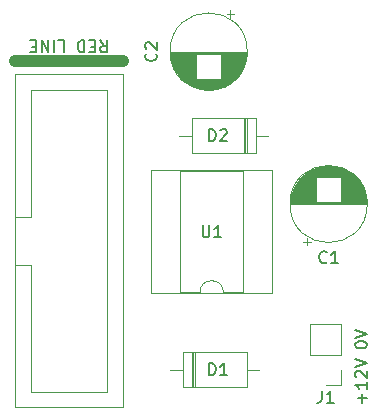
<source format=gto>
%TF.GenerationSoftware,KiCad,Pcbnew,(6.0.0-0)*%
%TF.CreationDate,2022-06-16T21:01:12+01:00*%
%TF.ProjectId,icl7660-negative-supply-adapter,69636c37-3636-4302-9d6e-656761746976,rev?*%
%TF.SameCoordinates,Original*%
%TF.FileFunction,Legend,Top*%
%TF.FilePolarity,Positive*%
%FSLAX46Y46*%
G04 Gerber Fmt 4.6, Leading zero omitted, Abs format (unit mm)*
G04 Created by KiCad (PCBNEW (6.0.0-0)) date 2022-06-16 21:01:12*
%MOMM*%
%LPD*%
G01*
G04 APERTURE LIST*
%ADD10C,0.150000*%
%ADD11C,0.120000*%
%ADD12C,1.000000*%
G04 APERTURE END LIST*
D10*
X154392380Y-111220190D02*
X154392380Y-111124952D01*
X154440000Y-111029714D01*
X154487619Y-110982095D01*
X154582857Y-110934476D01*
X154773333Y-110886857D01*
X155011428Y-110886857D01*
X155201904Y-110934476D01*
X155297142Y-110982095D01*
X155344761Y-111029714D01*
X155392380Y-111124952D01*
X155392380Y-111220190D01*
X155344761Y-111315428D01*
X155297142Y-111363047D01*
X155201904Y-111410666D01*
X155011428Y-111458285D01*
X154773333Y-111458285D01*
X154582857Y-111410666D01*
X154487619Y-111363047D01*
X154440000Y-111315428D01*
X154392380Y-111220190D01*
X154392380Y-110601142D02*
X155392380Y-110267809D01*
X154392380Y-109934476D01*
X155011428Y-116061904D02*
X155011428Y-115300000D01*
X155392380Y-115680952D02*
X154630476Y-115680952D01*
X155392380Y-114300000D02*
X155392380Y-114871428D01*
X155392380Y-114585714D02*
X154392380Y-114585714D01*
X154535238Y-114680952D01*
X154630476Y-114776190D01*
X154678095Y-114871428D01*
X154487619Y-113919047D02*
X154440000Y-113871428D01*
X154392380Y-113776190D01*
X154392380Y-113538095D01*
X154440000Y-113442857D01*
X154487619Y-113395238D01*
X154582857Y-113347619D01*
X154678095Y-113347619D01*
X154820952Y-113395238D01*
X155392380Y-113966666D01*
X155392380Y-113347619D01*
X154392380Y-113061904D02*
X155392380Y-112728571D01*
X154392380Y-112395238D01*
%TO.C,U1*%
X141478095Y-101052380D02*
X141478095Y-101861904D01*
X141525714Y-101957142D01*
X141573333Y-102004761D01*
X141668571Y-102052380D01*
X141859047Y-102052380D01*
X141954285Y-102004761D01*
X142001904Y-101957142D01*
X142049523Y-101861904D01*
X142049523Y-101052380D01*
X143049523Y-102052380D02*
X142478095Y-102052380D01*
X142763809Y-102052380D02*
X142763809Y-101052380D01*
X142668571Y-101195238D01*
X142573333Y-101290476D01*
X142478095Y-101338095D01*
%TO.C,J2*%
X132796216Y-85399619D02*
X133129549Y-85875809D01*
X133367644Y-85399619D02*
X133367644Y-86399619D01*
X132986692Y-86399619D01*
X132891454Y-86352000D01*
X132843835Y-86304380D01*
X132796216Y-86209142D01*
X132796216Y-86066285D01*
X132843835Y-85971047D01*
X132891454Y-85923428D01*
X132986692Y-85875809D01*
X133367644Y-85875809D01*
X132367644Y-85923428D02*
X132034311Y-85923428D01*
X131891454Y-85399619D02*
X132367644Y-85399619D01*
X132367644Y-86399619D01*
X131891454Y-86399619D01*
X131462882Y-85399619D02*
X131462882Y-86399619D01*
X131224787Y-86399619D01*
X131081930Y-86352000D01*
X130986692Y-86256761D01*
X130939073Y-86161523D01*
X130891454Y-85971047D01*
X130891454Y-85828190D01*
X130939073Y-85637714D01*
X130986692Y-85542476D01*
X131081930Y-85447238D01*
X131224787Y-85399619D01*
X131462882Y-85399619D01*
X129224787Y-85399619D02*
X129700978Y-85399619D01*
X129700978Y-86399619D01*
X128891454Y-85399619D02*
X128891454Y-86399619D01*
X128415263Y-85399619D02*
X128415263Y-86399619D01*
X127843835Y-85399619D01*
X127843835Y-86399619D01*
X127367644Y-85923428D02*
X127034311Y-85923428D01*
X126891454Y-85399619D02*
X127367644Y-85399619D01*
X127367644Y-86399619D01*
X126891454Y-86399619D01*
%TO.C,J1*%
X151558666Y-115066380D02*
X151558666Y-115780666D01*
X151511047Y-115923523D01*
X151415809Y-116018761D01*
X151272952Y-116066380D01*
X151177714Y-116066380D01*
X152558666Y-116066380D02*
X151987238Y-116066380D01*
X152272952Y-116066380D02*
X152272952Y-115066380D01*
X152177714Y-115209238D01*
X152082476Y-115304476D01*
X151987238Y-115352095D01*
%TO.C,D2*%
X142009904Y-93924380D02*
X142009904Y-92924380D01*
X142248000Y-92924380D01*
X142390857Y-92972000D01*
X142486095Y-93067238D01*
X142533714Y-93162476D01*
X142581333Y-93352952D01*
X142581333Y-93495809D01*
X142533714Y-93686285D01*
X142486095Y-93781523D01*
X142390857Y-93876761D01*
X142248000Y-93924380D01*
X142009904Y-93924380D01*
X142962285Y-93019619D02*
X143009904Y-92972000D01*
X143105142Y-92924380D01*
X143343238Y-92924380D01*
X143438476Y-92972000D01*
X143486095Y-93019619D01*
X143533714Y-93114857D01*
X143533714Y-93210095D01*
X143486095Y-93352952D01*
X142914666Y-93924380D01*
X143533714Y-93924380D01*
%TO.C,D1*%
X142009904Y-113736380D02*
X142009904Y-112736380D01*
X142248000Y-112736380D01*
X142390857Y-112784000D01*
X142486095Y-112879238D01*
X142533714Y-112974476D01*
X142581333Y-113164952D01*
X142581333Y-113307809D01*
X142533714Y-113498285D01*
X142486095Y-113593523D01*
X142390857Y-113688761D01*
X142248000Y-113736380D01*
X142009904Y-113736380D01*
X143533714Y-113736380D02*
X142962285Y-113736380D01*
X143248000Y-113736380D02*
X143248000Y-112736380D01*
X143152761Y-112879238D01*
X143057523Y-112974476D01*
X142962285Y-113022095D01*
%TO.C,C2*%
X137517142Y-86506666D02*
X137564761Y-86554285D01*
X137612380Y-86697142D01*
X137612380Y-86792380D01*
X137564761Y-86935238D01*
X137469523Y-87030476D01*
X137374285Y-87078095D01*
X137183809Y-87125714D01*
X137040952Y-87125714D01*
X136850476Y-87078095D01*
X136755238Y-87030476D01*
X136660000Y-86935238D01*
X136612380Y-86792380D01*
X136612380Y-86697142D01*
X136660000Y-86554285D01*
X136707619Y-86506666D01*
X136707619Y-86125714D02*
X136660000Y-86078095D01*
X136612380Y-85982857D01*
X136612380Y-85744761D01*
X136660000Y-85649523D01*
X136707619Y-85601904D01*
X136802857Y-85554285D01*
X136898095Y-85554285D01*
X137040952Y-85601904D01*
X137612380Y-86173333D01*
X137612380Y-85554285D01*
%TO.C,C1*%
X151979333Y-104155522D02*
X151931714Y-104203141D01*
X151788857Y-104250760D01*
X151693619Y-104250760D01*
X151550761Y-104203141D01*
X151455523Y-104107903D01*
X151407904Y-104012665D01*
X151360285Y-103822189D01*
X151360285Y-103679332D01*
X151407904Y-103488856D01*
X151455523Y-103393618D01*
X151550761Y-103298380D01*
X151693619Y-103250760D01*
X151788857Y-103250760D01*
X151931714Y-103298380D01*
X151979333Y-103345999D01*
X152931714Y-104250760D02*
X152360285Y-104250760D01*
X152646000Y-104250760D02*
X152646000Y-103250760D01*
X152550761Y-103393618D01*
X152455523Y-103488856D01*
X152360285Y-103536475D01*
D11*
%TO.C,U1*%
X143240000Y-106740000D02*
G75*
G03*
X141240000Y-106740000I-1000000J0D01*
G01*
X143240000Y-106740000D02*
X144890000Y-106740000D01*
X144890000Y-106740000D02*
X144890000Y-96460000D01*
X144890000Y-96460000D02*
X139590000Y-96460000D01*
X139590000Y-96460000D02*
X139590000Y-106740000D01*
X139590000Y-106740000D02*
X141240000Y-106740000D01*
X147380000Y-106800000D02*
X147380000Y-96400000D01*
X147380000Y-96400000D02*
X137100000Y-96400000D01*
X137100000Y-96400000D02*
X137100000Y-106800000D01*
X137100000Y-106800000D02*
X147380000Y-106800000D01*
%TO.C,J2*%
X133403359Y-89562000D02*
X133403359Y-115162000D01*
X125593359Y-100312000D02*
X126903359Y-100312000D01*
X134713359Y-116462000D02*
X125593359Y-116462000D01*
X134713359Y-88262000D02*
X134713359Y-116462000D01*
X126903359Y-115162000D02*
X126903359Y-104412000D01*
X126903359Y-100312000D02*
X126903359Y-89562000D01*
X126903359Y-104412000D02*
X125593359Y-104412000D01*
X125593359Y-88262000D02*
X134713359Y-88262000D01*
X126903359Y-104412000D02*
X126903359Y-104412000D01*
X133403359Y-115162000D02*
X126903359Y-115162000D01*
D12*
X125581359Y-87122000D02*
X134725359Y-87122000D01*
D11*
X126903359Y-89562000D02*
X133403359Y-89562000D01*
X125593359Y-116462000D02*
X125593359Y-88262000D01*
%TO.C,J1*%
X153222000Y-109414000D02*
X150562000Y-109414000D01*
X153222000Y-112014000D02*
X153222000Y-109414000D01*
X150562000Y-112014000D02*
X150562000Y-109414000D01*
X153222000Y-112014000D02*
X150562000Y-112014000D01*
X153222000Y-113284000D02*
X153222000Y-114614000D01*
X153222000Y-114614000D02*
X151892000Y-114614000D01*
%TO.C,D2*%
X140536000Y-94942000D02*
X145976000Y-94942000D01*
X145076000Y-94942000D02*
X145076000Y-92002000D01*
X145976000Y-94942000D02*
X145976000Y-92002000D01*
X145196000Y-94942000D02*
X145196000Y-92002000D01*
X146996000Y-93472000D02*
X145976000Y-93472000D01*
X145976000Y-92002000D02*
X140536000Y-92002000D01*
X139516000Y-93472000D02*
X140536000Y-93472000D01*
X140536000Y-92002000D02*
X140536000Y-94942000D01*
X144956000Y-94942000D02*
X144956000Y-92002000D01*
%TO.C,D1*%
X145214000Y-111814000D02*
X139774000Y-111814000D01*
X140674000Y-111814000D02*
X140674000Y-114754000D01*
X139774000Y-111814000D02*
X139774000Y-114754000D01*
X140554000Y-111814000D02*
X140554000Y-114754000D01*
X138754000Y-113284000D02*
X139774000Y-113284000D01*
X139774000Y-114754000D02*
X145214000Y-114754000D01*
X146234000Y-113284000D02*
X145214000Y-113284000D01*
X145214000Y-114754000D02*
X145214000Y-111814000D01*
X140794000Y-111814000D02*
X140794000Y-114754000D01*
%TO.C,C2*%
X145256000Y-86340000D02*
G75*
G03*
X145256000Y-86340000I-3270000J0D01*
G01*
X145216000Y-86340000D02*
X138756000Y-86340000D01*
X145216000Y-86380000D02*
X138756000Y-86380000D01*
X145216000Y-86420000D02*
X138756000Y-86420000D01*
X145214000Y-86460000D02*
X138758000Y-86460000D01*
X145213000Y-86500000D02*
X138759000Y-86500000D01*
X145210000Y-86540000D02*
X138762000Y-86540000D01*
X145208000Y-86580000D02*
X143026000Y-86580000D01*
X140946000Y-86580000D02*
X138764000Y-86580000D01*
X145204000Y-86620000D02*
X143026000Y-86620000D01*
X140946000Y-86620000D02*
X138768000Y-86620000D01*
X145201000Y-86660000D02*
X143026000Y-86660000D01*
X140946000Y-86660000D02*
X138771000Y-86660000D01*
X145197000Y-86700000D02*
X143026000Y-86700000D01*
X140946000Y-86700000D02*
X138775000Y-86700000D01*
X145192000Y-86740000D02*
X143026000Y-86740000D01*
X140946000Y-86740000D02*
X138780000Y-86740000D01*
X145187000Y-86780000D02*
X143026000Y-86780000D01*
X140946000Y-86780000D02*
X138785000Y-86780000D01*
X145181000Y-86820000D02*
X143026000Y-86820000D01*
X140946000Y-86820000D02*
X138791000Y-86820000D01*
X145175000Y-86860000D02*
X143026000Y-86860000D01*
X140946000Y-86860000D02*
X138797000Y-86860000D01*
X145168000Y-86900000D02*
X143026000Y-86900000D01*
X140946000Y-86900000D02*
X138804000Y-86900000D01*
X145161000Y-86940000D02*
X143026000Y-86940000D01*
X140946000Y-86940000D02*
X138811000Y-86940000D01*
X145153000Y-86980000D02*
X143026000Y-86980000D01*
X140946000Y-86980000D02*
X138819000Y-86980000D01*
X145145000Y-87020000D02*
X143026000Y-87020000D01*
X140946000Y-87020000D02*
X138827000Y-87020000D01*
X145136000Y-87061000D02*
X143026000Y-87061000D01*
X140946000Y-87061000D02*
X138836000Y-87061000D01*
X145127000Y-87101000D02*
X143026000Y-87101000D01*
X140946000Y-87101000D02*
X138845000Y-87101000D01*
X145117000Y-87141000D02*
X143026000Y-87141000D01*
X140946000Y-87141000D02*
X138855000Y-87141000D01*
X145107000Y-87181000D02*
X143026000Y-87181000D01*
X140946000Y-87181000D02*
X138865000Y-87181000D01*
X145096000Y-87221000D02*
X143026000Y-87221000D01*
X140946000Y-87221000D02*
X138876000Y-87221000D01*
X145084000Y-87261000D02*
X143026000Y-87261000D01*
X140946000Y-87261000D02*
X138888000Y-87261000D01*
X145072000Y-87301000D02*
X143026000Y-87301000D01*
X140946000Y-87301000D02*
X138900000Y-87301000D01*
X145060000Y-87341000D02*
X143026000Y-87341000D01*
X140946000Y-87341000D02*
X138912000Y-87341000D01*
X145047000Y-87381000D02*
X143026000Y-87381000D01*
X140946000Y-87381000D02*
X138925000Y-87381000D01*
X145033000Y-87421000D02*
X143026000Y-87421000D01*
X140946000Y-87421000D02*
X138939000Y-87421000D01*
X145019000Y-87461000D02*
X143026000Y-87461000D01*
X140946000Y-87461000D02*
X138953000Y-87461000D01*
X145004000Y-87501000D02*
X143026000Y-87501000D01*
X140946000Y-87501000D02*
X138968000Y-87501000D01*
X144988000Y-87541000D02*
X143026000Y-87541000D01*
X140946000Y-87541000D02*
X138984000Y-87541000D01*
X144972000Y-87581000D02*
X143026000Y-87581000D01*
X140946000Y-87581000D02*
X139000000Y-87581000D01*
X144956000Y-87621000D02*
X143026000Y-87621000D01*
X140946000Y-87621000D02*
X139016000Y-87621000D01*
X144938000Y-87661000D02*
X143026000Y-87661000D01*
X140946000Y-87661000D02*
X139034000Y-87661000D01*
X144920000Y-87701000D02*
X143026000Y-87701000D01*
X140946000Y-87701000D02*
X139052000Y-87701000D01*
X144902000Y-87741000D02*
X143026000Y-87741000D01*
X140946000Y-87741000D02*
X139070000Y-87741000D01*
X144882000Y-87781000D02*
X143026000Y-87781000D01*
X140946000Y-87781000D02*
X139090000Y-87781000D01*
X144862000Y-87821000D02*
X143026000Y-87821000D01*
X140946000Y-87821000D02*
X139110000Y-87821000D01*
X144842000Y-87861000D02*
X143026000Y-87861000D01*
X140946000Y-87861000D02*
X139130000Y-87861000D01*
X144820000Y-87901000D02*
X143026000Y-87901000D01*
X140946000Y-87901000D02*
X139152000Y-87901000D01*
X144798000Y-87941000D02*
X143026000Y-87941000D01*
X140946000Y-87941000D02*
X139174000Y-87941000D01*
X144776000Y-87981000D02*
X143026000Y-87981000D01*
X140946000Y-87981000D02*
X139196000Y-87981000D01*
X144752000Y-88021000D02*
X143026000Y-88021000D01*
X140946000Y-88021000D02*
X139220000Y-88021000D01*
X144728000Y-88061000D02*
X143026000Y-88061000D01*
X140946000Y-88061000D02*
X139244000Y-88061000D01*
X144702000Y-88101000D02*
X143026000Y-88101000D01*
X140946000Y-88101000D02*
X139270000Y-88101000D01*
X144676000Y-88141000D02*
X143026000Y-88141000D01*
X140946000Y-88141000D02*
X139296000Y-88141000D01*
X144650000Y-88181000D02*
X143026000Y-88181000D01*
X140946000Y-88181000D02*
X139322000Y-88181000D01*
X144622000Y-88221000D02*
X143026000Y-88221000D01*
X140946000Y-88221000D02*
X139350000Y-88221000D01*
X144593000Y-88261000D02*
X143026000Y-88261000D01*
X140946000Y-88261000D02*
X139379000Y-88261000D01*
X144564000Y-88301000D02*
X143026000Y-88301000D01*
X140946000Y-88301000D02*
X139408000Y-88301000D01*
X144534000Y-88341000D02*
X143026000Y-88341000D01*
X140946000Y-88341000D02*
X139438000Y-88341000D01*
X144502000Y-88381000D02*
X143026000Y-88381000D01*
X140946000Y-88381000D02*
X139470000Y-88381000D01*
X144470000Y-88421000D02*
X143026000Y-88421000D01*
X140946000Y-88421000D02*
X139502000Y-88421000D01*
X144436000Y-88461000D02*
X143026000Y-88461000D01*
X140946000Y-88461000D02*
X139536000Y-88461000D01*
X144402000Y-88501000D02*
X143026000Y-88501000D01*
X140946000Y-88501000D02*
X139570000Y-88501000D01*
X144366000Y-88541000D02*
X143026000Y-88541000D01*
X140946000Y-88541000D02*
X139606000Y-88541000D01*
X144329000Y-88581000D02*
X143026000Y-88581000D01*
X140946000Y-88581000D02*
X139643000Y-88581000D01*
X144291000Y-88621000D02*
X143026000Y-88621000D01*
X140946000Y-88621000D02*
X139681000Y-88621000D01*
X144251000Y-88661000D02*
X139721000Y-88661000D01*
X144210000Y-88701000D02*
X139762000Y-88701000D01*
X144168000Y-88741000D02*
X139804000Y-88741000D01*
X144123000Y-88781000D02*
X139849000Y-88781000D01*
X144078000Y-88821000D02*
X139894000Y-88821000D01*
X144030000Y-88861000D02*
X139942000Y-88861000D01*
X143981000Y-88901000D02*
X139991000Y-88901000D01*
X143930000Y-88941000D02*
X140042000Y-88941000D01*
X143876000Y-88981000D02*
X140096000Y-88981000D01*
X143820000Y-89021000D02*
X140152000Y-89021000D01*
X143762000Y-89061000D02*
X140210000Y-89061000D01*
X143700000Y-89101000D02*
X140272000Y-89101000D01*
X143636000Y-89141000D02*
X140336000Y-89141000D01*
X143567000Y-89181000D02*
X140405000Y-89181000D01*
X143495000Y-89221000D02*
X140477000Y-89221000D01*
X143418000Y-89261000D02*
X140554000Y-89261000D01*
X143336000Y-89301000D02*
X140636000Y-89301000D01*
X143248000Y-89341000D02*
X140724000Y-89341000D01*
X143151000Y-89381000D02*
X140821000Y-89381000D01*
X143045000Y-89421000D02*
X140927000Y-89421000D01*
X142926000Y-89461000D02*
X141046000Y-89461000D01*
X142788000Y-89501000D02*
X141184000Y-89501000D01*
X142619000Y-89541000D02*
X141353000Y-89541000D01*
X142388000Y-89581000D02*
X141584000Y-89581000D01*
X143825000Y-82839759D02*
X143825000Y-83469759D01*
X144140000Y-83154759D02*
X143510000Y-83154759D01*
%TO.C,C1*%
X149992000Y-102431621D02*
X150622000Y-102431621D01*
X150307000Y-102746621D02*
X150307000Y-102116621D01*
X151744000Y-96005380D02*
X152548000Y-96005380D01*
X151513000Y-96045380D02*
X152779000Y-96045380D01*
X151344000Y-96085380D02*
X152948000Y-96085380D01*
X151206000Y-96125380D02*
X153086000Y-96125380D01*
X151087000Y-96165380D02*
X153205000Y-96165380D01*
X150981000Y-96205380D02*
X153311000Y-96205380D01*
X150884000Y-96245380D02*
X153408000Y-96245380D01*
X150796000Y-96285380D02*
X153496000Y-96285380D01*
X150714000Y-96325380D02*
X153578000Y-96325380D01*
X150637000Y-96365380D02*
X153655000Y-96365380D01*
X150565000Y-96405380D02*
X153727000Y-96405380D01*
X150496000Y-96445380D02*
X153796000Y-96445380D01*
X150432000Y-96485380D02*
X153860000Y-96485380D01*
X150370000Y-96525380D02*
X153922000Y-96525380D01*
X150312000Y-96565380D02*
X153980000Y-96565380D01*
X150256000Y-96605380D02*
X154036000Y-96605380D01*
X150202000Y-96645380D02*
X154090000Y-96645380D01*
X150151000Y-96685380D02*
X154141000Y-96685380D01*
X150102000Y-96725380D02*
X154190000Y-96725380D01*
X150054000Y-96765380D02*
X154238000Y-96765380D01*
X150009000Y-96805380D02*
X154283000Y-96805380D01*
X149964000Y-96845380D02*
X154328000Y-96845380D01*
X149922000Y-96885380D02*
X154370000Y-96885380D01*
X149881000Y-96925380D02*
X154411000Y-96925380D01*
X153186000Y-96965380D02*
X154451000Y-96965380D01*
X149841000Y-96965380D02*
X151106000Y-96965380D01*
X153186000Y-97005380D02*
X154489000Y-97005380D01*
X149803000Y-97005380D02*
X151106000Y-97005380D01*
X153186000Y-97045380D02*
X154526000Y-97045380D01*
X149766000Y-97045380D02*
X151106000Y-97045380D01*
X153186000Y-97085380D02*
X154562000Y-97085380D01*
X149730000Y-97085380D02*
X151106000Y-97085380D01*
X153186000Y-97125380D02*
X154596000Y-97125380D01*
X149696000Y-97125380D02*
X151106000Y-97125380D01*
X153186000Y-97165380D02*
X154630000Y-97165380D01*
X149662000Y-97165380D02*
X151106000Y-97165380D01*
X153186000Y-97205380D02*
X154662000Y-97205380D01*
X149630000Y-97205380D02*
X151106000Y-97205380D01*
X153186000Y-97245380D02*
X154694000Y-97245380D01*
X149598000Y-97245380D02*
X151106000Y-97245380D01*
X153186000Y-97285380D02*
X154724000Y-97285380D01*
X149568000Y-97285380D02*
X151106000Y-97285380D01*
X153186000Y-97325380D02*
X154753000Y-97325380D01*
X149539000Y-97325380D02*
X151106000Y-97325380D01*
X153186000Y-97365380D02*
X154782000Y-97365380D01*
X149510000Y-97365380D02*
X151106000Y-97365380D01*
X153186000Y-97405380D02*
X154810000Y-97405380D01*
X149482000Y-97405380D02*
X151106000Y-97405380D01*
X153186000Y-97445380D02*
X154836000Y-97445380D01*
X149456000Y-97445380D02*
X151106000Y-97445380D01*
X153186000Y-97485380D02*
X154862000Y-97485380D01*
X149430000Y-97485380D02*
X151106000Y-97485380D01*
X153186000Y-97525380D02*
X154888000Y-97525380D01*
X149404000Y-97525380D02*
X151106000Y-97525380D01*
X153186000Y-97565380D02*
X154912000Y-97565380D01*
X149380000Y-97565380D02*
X151106000Y-97565380D01*
X153186000Y-97605380D02*
X154936000Y-97605380D01*
X149356000Y-97605380D02*
X151106000Y-97605380D01*
X153186000Y-97645380D02*
X154958000Y-97645380D01*
X149334000Y-97645380D02*
X151106000Y-97645380D01*
X153186000Y-97685380D02*
X154980000Y-97685380D01*
X149312000Y-97685380D02*
X151106000Y-97685380D01*
X153186000Y-97725380D02*
X155002000Y-97725380D01*
X149290000Y-97725380D02*
X151106000Y-97725380D01*
X153186000Y-97765380D02*
X155022000Y-97765380D01*
X149270000Y-97765380D02*
X151106000Y-97765380D01*
X153186000Y-97805380D02*
X155042000Y-97805380D01*
X149250000Y-97805380D02*
X151106000Y-97805380D01*
X153186000Y-97845380D02*
X155062000Y-97845380D01*
X149230000Y-97845380D02*
X151106000Y-97845380D01*
X153186000Y-97885380D02*
X155080000Y-97885380D01*
X149212000Y-97885380D02*
X151106000Y-97885380D01*
X153186000Y-97925380D02*
X155098000Y-97925380D01*
X149194000Y-97925380D02*
X151106000Y-97925380D01*
X153186000Y-97965380D02*
X155116000Y-97965380D01*
X149176000Y-97965380D02*
X151106000Y-97965380D01*
X153186000Y-98005380D02*
X155132000Y-98005380D01*
X149160000Y-98005380D02*
X151106000Y-98005380D01*
X153186000Y-98045380D02*
X155148000Y-98045380D01*
X149144000Y-98045380D02*
X151106000Y-98045380D01*
X153186000Y-98085380D02*
X155164000Y-98085380D01*
X149128000Y-98085380D02*
X151106000Y-98085380D01*
X153186000Y-98125380D02*
X155179000Y-98125380D01*
X149113000Y-98125380D02*
X151106000Y-98125380D01*
X153186000Y-98165380D02*
X155193000Y-98165380D01*
X149099000Y-98165380D02*
X151106000Y-98165380D01*
X153186000Y-98205380D02*
X155207000Y-98205380D01*
X149085000Y-98205380D02*
X151106000Y-98205380D01*
X153186000Y-98245380D02*
X155220000Y-98245380D01*
X149072000Y-98245380D02*
X151106000Y-98245380D01*
X153186000Y-98285380D02*
X155232000Y-98285380D01*
X149060000Y-98285380D02*
X151106000Y-98285380D01*
X153186000Y-98325380D02*
X155244000Y-98325380D01*
X149048000Y-98325380D02*
X151106000Y-98325380D01*
X153186000Y-98365380D02*
X155256000Y-98365380D01*
X149036000Y-98365380D02*
X151106000Y-98365380D01*
X153186000Y-98405380D02*
X155267000Y-98405380D01*
X149025000Y-98405380D02*
X151106000Y-98405380D01*
X153186000Y-98445380D02*
X155277000Y-98445380D01*
X149015000Y-98445380D02*
X151106000Y-98445380D01*
X153186000Y-98485380D02*
X155287000Y-98485380D01*
X149005000Y-98485380D02*
X151106000Y-98485380D01*
X153186000Y-98525380D02*
X155296000Y-98525380D01*
X148996000Y-98525380D02*
X151106000Y-98525380D01*
X153186000Y-98566380D02*
X155305000Y-98566380D01*
X148987000Y-98566380D02*
X151106000Y-98566380D01*
X153186000Y-98606380D02*
X155313000Y-98606380D01*
X148979000Y-98606380D02*
X151106000Y-98606380D01*
X153186000Y-98646380D02*
X155321000Y-98646380D01*
X148971000Y-98646380D02*
X151106000Y-98646380D01*
X153186000Y-98686380D02*
X155328000Y-98686380D01*
X148964000Y-98686380D02*
X151106000Y-98686380D01*
X153186000Y-98726380D02*
X155335000Y-98726380D01*
X148957000Y-98726380D02*
X151106000Y-98726380D01*
X153186000Y-98766380D02*
X155341000Y-98766380D01*
X148951000Y-98766380D02*
X151106000Y-98766380D01*
X153186000Y-98806380D02*
X155347000Y-98806380D01*
X148945000Y-98806380D02*
X151106000Y-98806380D01*
X153186000Y-98846380D02*
X155352000Y-98846380D01*
X148940000Y-98846380D02*
X151106000Y-98846380D01*
X153186000Y-98886380D02*
X155357000Y-98886380D01*
X148935000Y-98886380D02*
X151106000Y-98886380D01*
X153186000Y-98926380D02*
X155361000Y-98926380D01*
X148931000Y-98926380D02*
X151106000Y-98926380D01*
X153186000Y-98966380D02*
X155364000Y-98966380D01*
X148928000Y-98966380D02*
X151106000Y-98966380D01*
X153186000Y-99006380D02*
X155368000Y-99006380D01*
X148924000Y-99006380D02*
X151106000Y-99006380D01*
X148922000Y-99046380D02*
X155370000Y-99046380D01*
X148919000Y-99086380D02*
X155373000Y-99086380D01*
X148918000Y-99126380D02*
X155374000Y-99126380D01*
X148916000Y-99166380D02*
X155376000Y-99166380D01*
X148916000Y-99206380D02*
X155376000Y-99206380D01*
X148916000Y-99246380D02*
X155376000Y-99246380D01*
X155416000Y-99246380D02*
G75*
G03*
X155416000Y-99246380I-3270000J0D01*
G01*
%TD*%
M02*

</source>
